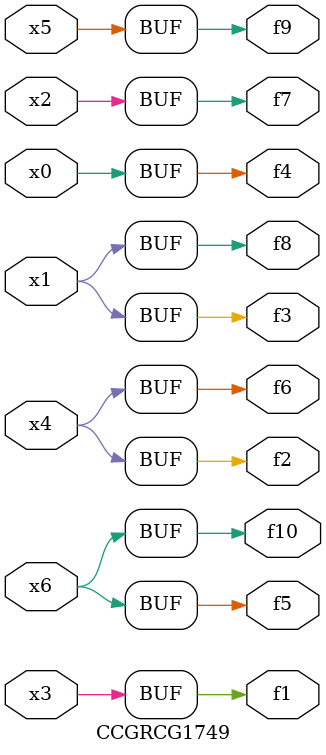
<source format=v>
module CCGRCG1749(
	input x0, x1, x2, x3, x4, x5, x6,
	output f1, f2, f3, f4, f5, f6, f7, f8, f9, f10
);
	assign f1 = x3;
	assign f2 = x4;
	assign f3 = x1;
	assign f4 = x0;
	assign f5 = x6;
	assign f6 = x4;
	assign f7 = x2;
	assign f8 = x1;
	assign f9 = x5;
	assign f10 = x6;
endmodule

</source>
